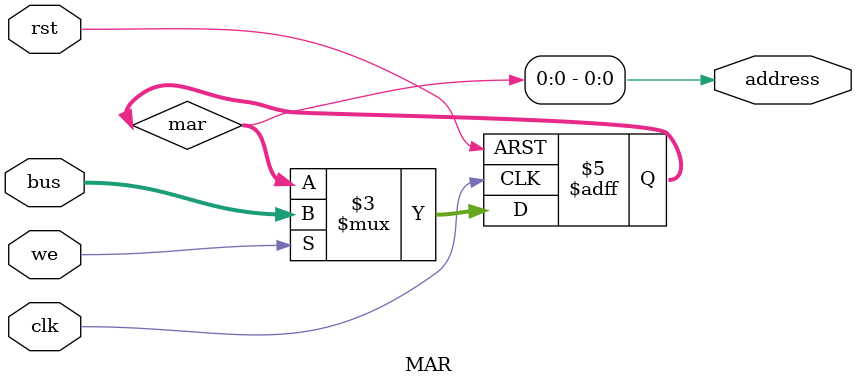
<source format=v>
module MAR(
	input 	wire 			clk,
	input 	wire 			rst,
	input 	wire 			we,
	input 	wire [15:0] bus,
	output 	wire 			address
);

reg [15:0] mar;


assign address = mar;

always@(posedge clk or negedge rst) begin

	if(!rst) mar <= 16'b0;
	else if (we) mar <= bus;
	
end
endmodule
</source>
